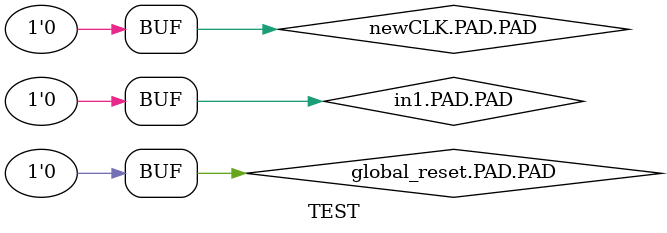
<source format=v>
`timescale 1ns / 1ps 
 
module TEST; 
 
// Inputs 
reg \in1.PAD.PAD ;
reg \newCLK.PAD.PAD ;
reg \global_reset.PAD.PAD ;

// Outputs 
wire \out6_FINAL_OUTPUT.OUTBUF.OUT ;
wire \out9_FINAL_OUTPUT.OUTBUF.OUT ;
wire \out11_FINAL_OUTPUT.OUTBUF.OUT ;
wire \out14_FINAL_OUTPUT.OUTBUF.OUT ;
wire \out8_FINAL_OUTPUT.OUTBUF.OUT ;
wire \out15_FINAL_OUTPUT.OUTBUF.OUT ;
wire \out7_FINAL_OUTPUT.OUTBUF.OUT ;
wire \out1_FINAL_OUTPUT.OUTBUF.OUT ;
wire \out13_FINAL_OUTPUT.OUTBUF.OUT ;
wire \out12_FINAL_OUTPUT.OUTBUF.OUT ;
wire \out5_FINAL_OUTPUT.OUTBUF.OUT ;
wire \out10_FINAL_OUTPUT.OUTBUF.OUT ;
wire \out2_FINAL_OUTPUT.OUTBUF.OUT ;
wire \out3_FINAL_OUTPUT.OUTBUF.OUT ;
wire \out4_FINAL_OUTPUT.OUTBUF.OUT ;
 
// Instantiate the Unit Under Test (UUT) 
 
registerTest22 uut (
.\in1.PAD.PAD (\in1.PAD.PAD ),
.\newCLK.PAD.PAD (\newCLK.PAD.PAD ),
.\global_reset.PAD.PAD (\global_reset.PAD.PAD ),
.\out6_FINAL_OUTPUT.OUTBUF.OUT (\out6_FINAL_OUTPUT.OUTBUF.OUT ),
.\out9_FINAL_OUTPUT.OUTBUF.OUT (\out9_FINAL_OUTPUT.OUTBUF.OUT ),
.\out11_FINAL_OUTPUT.OUTBUF.OUT (\out11_FINAL_OUTPUT.OUTBUF.OUT ),
.\out14_FINAL_OUTPUT.OUTBUF.OUT (\out14_FINAL_OUTPUT.OUTBUF.OUT ),
.\out8_FINAL_OUTPUT.OUTBUF.OUT (\out8_FINAL_OUTPUT.OUTBUF.OUT ),
.\out15_FINAL_OUTPUT.OUTBUF.OUT (\out15_FINAL_OUTPUT.OUTBUF.OUT ),
.\out7_FINAL_OUTPUT.OUTBUF.OUT (\out7_FINAL_OUTPUT.OUTBUF.OUT ),
.\out1_FINAL_OUTPUT.OUTBUF.OUT (\out1_FINAL_OUTPUT.OUTBUF.OUT ),
.\out13_FINAL_OUTPUT.OUTBUF.OUT (\out13_FINAL_OUTPUT.OUTBUF.OUT ),
.\out12_FINAL_OUTPUT.OUTBUF.OUT (\out12_FINAL_OUTPUT.OUTBUF.OUT ),
.\out5_FINAL_OUTPUT.OUTBUF.OUT (\out5_FINAL_OUTPUT.OUTBUF.OUT ),
.\out10_FINAL_OUTPUT.OUTBUF.OUT (\out10_FINAL_OUTPUT.OUTBUF.OUT ),
.\out2_FINAL_OUTPUT.OUTBUF.OUT (\out2_FINAL_OUTPUT.OUTBUF.OUT ),
.\out3_FINAL_OUTPUT.OUTBUF.OUT (\out3_FINAL_OUTPUT.OUTBUF.OUT ),
.\out4_FINAL_OUTPUT.OUTBUF.OUT (\out4_FINAL_OUTPUT.OUTBUF.OUT )
);

initial begin
// Initialize Inputs
\in1.PAD.PAD  = 0;
\newCLK.PAD.PAD  = 0;
\global_reset.PAD.PAD  = 0;


// Wait 100 ns for global reset to finish
	#100;

	// Add stimulus here

end

endmodule
</source>
